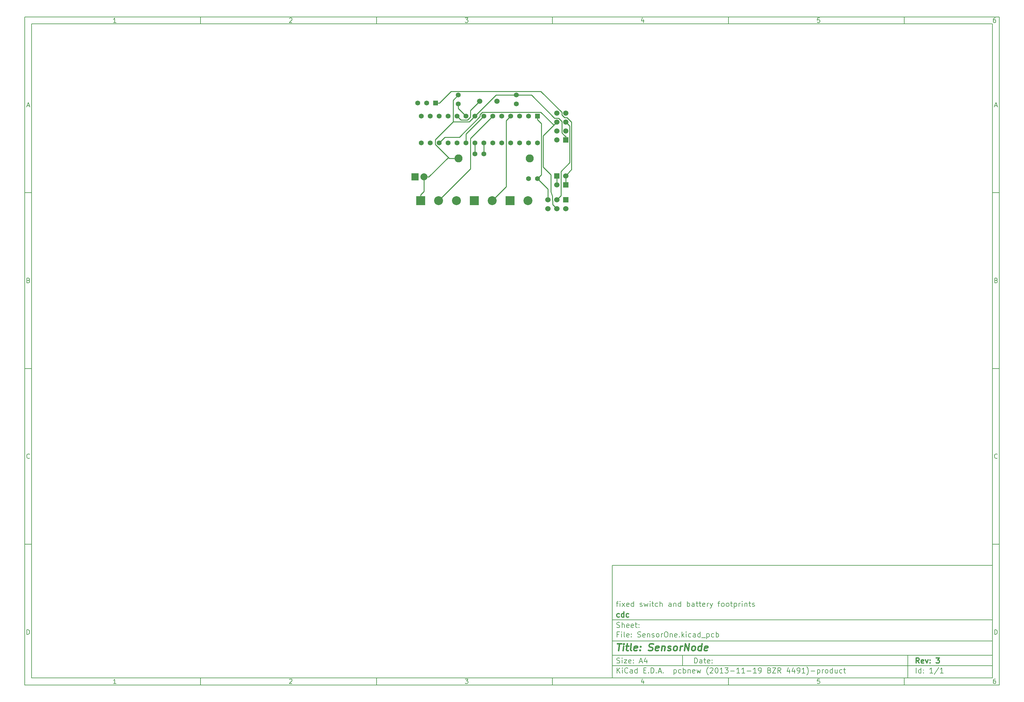
<source format=gbl>
%FSLAX34Y34*%
G04 Gerber Fmt 3.4, Leading zero omitted, Abs format*
G04 (created by PCBNEW (2013-11-19 BZR 4491)-product) date Thu 21 Nov 2013 01:11:00 GMT*
%MOIN*%
G01*
G70*
G90*
G04 APERTURE LIST*
%ADD10C,0.005906*%
%ADD11C,0.011811*%
%ADD12C,0.015748*%
%ADD13R,0.078700X0.078700*%
%ADD14C,0.078700*%
%ADD15C,0.055000*%
%ADD16R,0.055000X0.055000*%
%ADD17R,0.059055X0.059055*%
%ADD18C,0.059055*%
%ADD19R,0.060000X0.060000*%
%ADD20C,0.060000*%
%ADD21C,0.059100*%
%ADD22R,0.100000X0.100000*%
%ADD23C,0.100000*%
%ADD24C,0.090000*%
%ADD25C,0.010000*%
G04 APERTURE END LIST*
G54D10*
X69685Y-65357D02*
X69685Y-77955D01*
X112205Y-77955D01*
X112205Y-65357D01*
X69685Y-65357D01*
X3937Y-3937D02*
X3937Y-78742D01*
X112992Y-78742D01*
X112992Y-3937D01*
X3937Y-3937D01*
X4724Y-4724D02*
X4724Y-77955D01*
X112205Y-77955D01*
X112205Y-4724D01*
X4724Y-4724D01*
X23622Y-4724D02*
X23622Y-3937D01*
X43307Y-4724D02*
X43307Y-3937D01*
X62992Y-4724D02*
X62992Y-3937D01*
X82677Y-4724D02*
X82677Y-3937D01*
X102362Y-4724D02*
X102362Y-3937D01*
X14169Y-4562D02*
X13877Y-4562D01*
X14023Y-4562D02*
X14023Y-4050D01*
X13974Y-4123D01*
X13925Y-4172D01*
X13877Y-4196D01*
X33562Y-4099D02*
X33586Y-4074D01*
X33635Y-4050D01*
X33757Y-4050D01*
X33805Y-4074D01*
X33830Y-4099D01*
X33854Y-4147D01*
X33854Y-4196D01*
X33830Y-4269D01*
X33537Y-4562D01*
X33854Y-4562D01*
X53222Y-4050D02*
X53539Y-4050D01*
X53368Y-4245D01*
X53442Y-4245D01*
X53490Y-4269D01*
X53515Y-4294D01*
X53539Y-4342D01*
X53539Y-4464D01*
X53515Y-4513D01*
X53490Y-4537D01*
X53442Y-4562D01*
X53295Y-4562D01*
X53247Y-4537D01*
X53222Y-4513D01*
X73175Y-4221D02*
X73175Y-4562D01*
X73053Y-4026D02*
X72932Y-4391D01*
X73248Y-4391D01*
X92885Y-4050D02*
X92641Y-4050D01*
X92617Y-4294D01*
X92641Y-4269D01*
X92690Y-4245D01*
X92812Y-4245D01*
X92860Y-4269D01*
X92885Y-4294D01*
X92909Y-4342D01*
X92909Y-4464D01*
X92885Y-4513D01*
X92860Y-4537D01*
X92812Y-4562D01*
X92690Y-4562D01*
X92641Y-4537D01*
X92617Y-4513D01*
X112545Y-4050D02*
X112448Y-4050D01*
X112399Y-4074D01*
X112375Y-4099D01*
X112326Y-4172D01*
X112302Y-4269D01*
X112302Y-4464D01*
X112326Y-4513D01*
X112350Y-4537D01*
X112399Y-4562D01*
X112497Y-4562D01*
X112545Y-4537D01*
X112570Y-4513D01*
X112594Y-4464D01*
X112594Y-4342D01*
X112570Y-4294D01*
X112545Y-4269D01*
X112497Y-4245D01*
X112399Y-4245D01*
X112350Y-4269D01*
X112326Y-4294D01*
X112302Y-4342D01*
X23622Y-77955D02*
X23622Y-78742D01*
X43307Y-77955D02*
X43307Y-78742D01*
X62992Y-77955D02*
X62992Y-78742D01*
X82677Y-77955D02*
X82677Y-78742D01*
X102362Y-77955D02*
X102362Y-78742D01*
X14169Y-78580D02*
X13877Y-78580D01*
X14023Y-78580D02*
X14023Y-78069D01*
X13974Y-78142D01*
X13925Y-78190D01*
X13877Y-78215D01*
X33562Y-78117D02*
X33586Y-78093D01*
X33635Y-78069D01*
X33757Y-78069D01*
X33805Y-78093D01*
X33830Y-78117D01*
X33854Y-78166D01*
X33854Y-78215D01*
X33830Y-78288D01*
X33537Y-78580D01*
X33854Y-78580D01*
X53222Y-78069D02*
X53539Y-78069D01*
X53368Y-78263D01*
X53442Y-78263D01*
X53490Y-78288D01*
X53515Y-78312D01*
X53539Y-78361D01*
X53539Y-78483D01*
X53515Y-78532D01*
X53490Y-78556D01*
X53442Y-78580D01*
X53295Y-78580D01*
X53247Y-78556D01*
X53222Y-78532D01*
X73175Y-78239D02*
X73175Y-78580D01*
X73053Y-78044D02*
X72932Y-78410D01*
X73248Y-78410D01*
X92885Y-78069D02*
X92641Y-78069D01*
X92617Y-78312D01*
X92641Y-78288D01*
X92690Y-78263D01*
X92812Y-78263D01*
X92860Y-78288D01*
X92885Y-78312D01*
X92909Y-78361D01*
X92909Y-78483D01*
X92885Y-78532D01*
X92860Y-78556D01*
X92812Y-78580D01*
X92690Y-78580D01*
X92641Y-78556D01*
X92617Y-78532D01*
X112545Y-78069D02*
X112448Y-78069D01*
X112399Y-78093D01*
X112375Y-78117D01*
X112326Y-78190D01*
X112302Y-78288D01*
X112302Y-78483D01*
X112326Y-78532D01*
X112350Y-78556D01*
X112399Y-78580D01*
X112497Y-78580D01*
X112545Y-78556D01*
X112570Y-78532D01*
X112594Y-78483D01*
X112594Y-78361D01*
X112570Y-78312D01*
X112545Y-78288D01*
X112497Y-78263D01*
X112399Y-78263D01*
X112350Y-78288D01*
X112326Y-78312D01*
X112302Y-78361D01*
X3937Y-23622D02*
X4724Y-23622D01*
X3937Y-43307D02*
X4724Y-43307D01*
X3937Y-62992D02*
X4724Y-62992D01*
X4208Y-13864D02*
X4452Y-13864D01*
X4160Y-14011D02*
X4330Y-13499D01*
X4501Y-14011D01*
X4367Y-33428D02*
X4440Y-33452D01*
X4464Y-33476D01*
X4489Y-33525D01*
X4489Y-33598D01*
X4464Y-33647D01*
X4440Y-33671D01*
X4391Y-33696D01*
X4196Y-33696D01*
X4196Y-33184D01*
X4367Y-33184D01*
X4416Y-33208D01*
X4440Y-33233D01*
X4464Y-33281D01*
X4464Y-33330D01*
X4440Y-33379D01*
X4416Y-33403D01*
X4367Y-33428D01*
X4196Y-33428D01*
X4489Y-53332D02*
X4464Y-53356D01*
X4391Y-53381D01*
X4342Y-53381D01*
X4269Y-53356D01*
X4221Y-53308D01*
X4196Y-53259D01*
X4172Y-53161D01*
X4172Y-53088D01*
X4196Y-52991D01*
X4221Y-52942D01*
X4269Y-52893D01*
X4342Y-52869D01*
X4391Y-52869D01*
X4464Y-52893D01*
X4489Y-52918D01*
X4196Y-73066D02*
X4196Y-72554D01*
X4318Y-72554D01*
X4391Y-72578D01*
X4440Y-72627D01*
X4464Y-72676D01*
X4489Y-72773D01*
X4489Y-72846D01*
X4464Y-72944D01*
X4440Y-72993D01*
X4391Y-73041D01*
X4318Y-73066D01*
X4196Y-73066D01*
X112992Y-23622D02*
X112205Y-23622D01*
X112992Y-43307D02*
X112205Y-43307D01*
X112992Y-62992D02*
X112205Y-62992D01*
X112477Y-13864D02*
X112721Y-13864D01*
X112428Y-14011D02*
X112599Y-13499D01*
X112769Y-14011D01*
X112635Y-33428D02*
X112708Y-33452D01*
X112733Y-33476D01*
X112757Y-33525D01*
X112757Y-33598D01*
X112733Y-33647D01*
X112708Y-33671D01*
X112660Y-33696D01*
X112465Y-33696D01*
X112465Y-33184D01*
X112635Y-33184D01*
X112684Y-33208D01*
X112708Y-33233D01*
X112733Y-33281D01*
X112733Y-33330D01*
X112708Y-33379D01*
X112684Y-33403D01*
X112635Y-33428D01*
X112465Y-33428D01*
X112757Y-53332D02*
X112733Y-53356D01*
X112660Y-53381D01*
X112611Y-53381D01*
X112538Y-53356D01*
X112489Y-53308D01*
X112465Y-53259D01*
X112440Y-53161D01*
X112440Y-53088D01*
X112465Y-52991D01*
X112489Y-52942D01*
X112538Y-52893D01*
X112611Y-52869D01*
X112660Y-52869D01*
X112733Y-52893D01*
X112757Y-52918D01*
X112465Y-73066D02*
X112465Y-72554D01*
X112587Y-72554D01*
X112660Y-72578D01*
X112708Y-72627D01*
X112733Y-72676D01*
X112757Y-72773D01*
X112757Y-72846D01*
X112733Y-72944D01*
X112708Y-72993D01*
X112660Y-73041D01*
X112587Y-73066D01*
X112465Y-73066D01*
X78881Y-76293D02*
X78881Y-75703D01*
X79022Y-75703D01*
X79106Y-75731D01*
X79162Y-75787D01*
X79190Y-75843D01*
X79219Y-75956D01*
X79219Y-76040D01*
X79190Y-76153D01*
X79162Y-76209D01*
X79106Y-76265D01*
X79022Y-76293D01*
X78881Y-76293D01*
X79725Y-76293D02*
X79725Y-75984D01*
X79697Y-75928D01*
X79640Y-75899D01*
X79528Y-75899D01*
X79472Y-75928D01*
X79725Y-76265D02*
X79669Y-76293D01*
X79528Y-76293D01*
X79472Y-76265D01*
X79444Y-76209D01*
X79444Y-76153D01*
X79472Y-76096D01*
X79528Y-76068D01*
X79669Y-76068D01*
X79725Y-76040D01*
X79922Y-75899D02*
X80147Y-75899D01*
X80006Y-75703D02*
X80006Y-76209D01*
X80034Y-76265D01*
X80090Y-76293D01*
X80147Y-76293D01*
X80568Y-76265D02*
X80512Y-76293D01*
X80400Y-76293D01*
X80343Y-76265D01*
X80315Y-76209D01*
X80315Y-75984D01*
X80343Y-75928D01*
X80400Y-75899D01*
X80512Y-75899D01*
X80568Y-75928D01*
X80597Y-75984D01*
X80597Y-76040D01*
X80315Y-76096D01*
X80850Y-76237D02*
X80878Y-76265D01*
X80850Y-76293D01*
X80822Y-76265D01*
X80850Y-76237D01*
X80850Y-76293D01*
X80850Y-75928D02*
X80878Y-75956D01*
X80850Y-75984D01*
X80822Y-75956D01*
X80850Y-75928D01*
X80850Y-75984D01*
X69685Y-76577D02*
X112205Y-76577D01*
X70220Y-77395D02*
X70220Y-76805D01*
X70557Y-77395D02*
X70304Y-77058D01*
X70557Y-76805D02*
X70220Y-77142D01*
X70810Y-77395D02*
X70810Y-77002D01*
X70810Y-76805D02*
X70782Y-76833D01*
X70810Y-76861D01*
X70838Y-76833D01*
X70810Y-76805D01*
X70810Y-76861D01*
X71429Y-77339D02*
X71401Y-77367D01*
X71316Y-77395D01*
X71260Y-77395D01*
X71176Y-77367D01*
X71120Y-77311D01*
X71091Y-77255D01*
X71063Y-77142D01*
X71063Y-77058D01*
X71091Y-76946D01*
X71120Y-76889D01*
X71176Y-76833D01*
X71260Y-76805D01*
X71316Y-76805D01*
X71401Y-76833D01*
X71429Y-76861D01*
X71935Y-77395D02*
X71935Y-77086D01*
X71907Y-77030D01*
X71851Y-77002D01*
X71738Y-77002D01*
X71682Y-77030D01*
X71935Y-77367D02*
X71879Y-77395D01*
X71738Y-77395D01*
X71682Y-77367D01*
X71654Y-77311D01*
X71654Y-77255D01*
X71682Y-77199D01*
X71738Y-77171D01*
X71879Y-77171D01*
X71935Y-77142D01*
X72469Y-77395D02*
X72469Y-76805D01*
X72469Y-77367D02*
X72413Y-77395D01*
X72301Y-77395D01*
X72244Y-77367D01*
X72216Y-77339D01*
X72188Y-77283D01*
X72188Y-77114D01*
X72216Y-77058D01*
X72244Y-77030D01*
X72301Y-77002D01*
X72413Y-77002D01*
X72469Y-77030D01*
X73201Y-77086D02*
X73397Y-77086D01*
X73482Y-77395D02*
X73201Y-77395D01*
X73201Y-76805D01*
X73482Y-76805D01*
X73735Y-77339D02*
X73763Y-77367D01*
X73735Y-77395D01*
X73707Y-77367D01*
X73735Y-77339D01*
X73735Y-77395D01*
X74016Y-77395D02*
X74016Y-76805D01*
X74157Y-76805D01*
X74241Y-76833D01*
X74297Y-76889D01*
X74325Y-76946D01*
X74354Y-77058D01*
X74354Y-77142D01*
X74325Y-77255D01*
X74297Y-77311D01*
X74241Y-77367D01*
X74157Y-77395D01*
X74016Y-77395D01*
X74607Y-77339D02*
X74635Y-77367D01*
X74607Y-77395D01*
X74579Y-77367D01*
X74607Y-77339D01*
X74607Y-77395D01*
X74860Y-77227D02*
X75141Y-77227D01*
X74804Y-77395D02*
X75000Y-76805D01*
X75197Y-77395D01*
X75394Y-77339D02*
X75422Y-77367D01*
X75394Y-77395D01*
X75366Y-77367D01*
X75394Y-77339D01*
X75394Y-77395D01*
X76575Y-77002D02*
X76575Y-77592D01*
X76575Y-77030D02*
X76631Y-77002D01*
X76744Y-77002D01*
X76800Y-77030D01*
X76828Y-77058D01*
X76856Y-77114D01*
X76856Y-77283D01*
X76828Y-77339D01*
X76800Y-77367D01*
X76744Y-77395D01*
X76631Y-77395D01*
X76575Y-77367D01*
X77363Y-77367D02*
X77306Y-77395D01*
X77194Y-77395D01*
X77138Y-77367D01*
X77109Y-77339D01*
X77081Y-77283D01*
X77081Y-77114D01*
X77109Y-77058D01*
X77138Y-77030D01*
X77194Y-77002D01*
X77306Y-77002D01*
X77363Y-77030D01*
X77616Y-77395D02*
X77616Y-76805D01*
X77616Y-77030D02*
X77672Y-77002D01*
X77784Y-77002D01*
X77841Y-77030D01*
X77869Y-77058D01*
X77897Y-77114D01*
X77897Y-77283D01*
X77869Y-77339D01*
X77841Y-77367D01*
X77784Y-77395D01*
X77672Y-77395D01*
X77616Y-77367D01*
X78150Y-77002D02*
X78150Y-77395D01*
X78150Y-77058D02*
X78178Y-77030D01*
X78234Y-77002D01*
X78319Y-77002D01*
X78375Y-77030D01*
X78403Y-77086D01*
X78403Y-77395D01*
X78909Y-77367D02*
X78853Y-77395D01*
X78741Y-77395D01*
X78684Y-77367D01*
X78656Y-77311D01*
X78656Y-77086D01*
X78684Y-77030D01*
X78741Y-77002D01*
X78853Y-77002D01*
X78909Y-77030D01*
X78937Y-77086D01*
X78937Y-77142D01*
X78656Y-77199D01*
X79134Y-77002D02*
X79247Y-77395D01*
X79359Y-77114D01*
X79472Y-77395D01*
X79584Y-77002D01*
X80428Y-77620D02*
X80400Y-77592D01*
X80343Y-77508D01*
X80315Y-77452D01*
X80287Y-77367D01*
X80259Y-77227D01*
X80259Y-77114D01*
X80287Y-76974D01*
X80315Y-76889D01*
X80343Y-76833D01*
X80400Y-76749D01*
X80428Y-76721D01*
X80625Y-76861D02*
X80653Y-76833D01*
X80709Y-76805D01*
X80850Y-76805D01*
X80906Y-76833D01*
X80934Y-76861D01*
X80962Y-76917D01*
X80962Y-76974D01*
X80934Y-77058D01*
X80597Y-77395D01*
X80962Y-77395D01*
X81328Y-76805D02*
X81384Y-76805D01*
X81440Y-76833D01*
X81468Y-76861D01*
X81496Y-76917D01*
X81525Y-77030D01*
X81525Y-77171D01*
X81496Y-77283D01*
X81468Y-77339D01*
X81440Y-77367D01*
X81384Y-77395D01*
X81328Y-77395D01*
X81271Y-77367D01*
X81243Y-77339D01*
X81215Y-77283D01*
X81187Y-77171D01*
X81187Y-77030D01*
X81215Y-76917D01*
X81243Y-76861D01*
X81271Y-76833D01*
X81328Y-76805D01*
X82087Y-77395D02*
X81750Y-77395D01*
X81918Y-77395D02*
X81918Y-76805D01*
X81862Y-76889D01*
X81806Y-76946D01*
X81750Y-76974D01*
X82284Y-76805D02*
X82649Y-76805D01*
X82453Y-77030D01*
X82537Y-77030D01*
X82593Y-77058D01*
X82621Y-77086D01*
X82649Y-77142D01*
X82649Y-77283D01*
X82621Y-77339D01*
X82593Y-77367D01*
X82537Y-77395D01*
X82368Y-77395D01*
X82312Y-77367D01*
X82284Y-77339D01*
X82903Y-77171D02*
X83352Y-77171D01*
X83943Y-77395D02*
X83606Y-77395D01*
X83774Y-77395D02*
X83774Y-76805D01*
X83718Y-76889D01*
X83662Y-76946D01*
X83606Y-76974D01*
X84505Y-77395D02*
X84168Y-77395D01*
X84337Y-77395D02*
X84337Y-76805D01*
X84280Y-76889D01*
X84224Y-76946D01*
X84168Y-76974D01*
X84759Y-77171D02*
X85208Y-77171D01*
X85799Y-77395D02*
X85462Y-77395D01*
X85630Y-77395D02*
X85630Y-76805D01*
X85574Y-76889D01*
X85518Y-76946D01*
X85462Y-76974D01*
X86080Y-77395D02*
X86193Y-77395D01*
X86249Y-77367D01*
X86277Y-77339D01*
X86333Y-77255D01*
X86361Y-77142D01*
X86361Y-76917D01*
X86333Y-76861D01*
X86305Y-76833D01*
X86249Y-76805D01*
X86136Y-76805D01*
X86080Y-76833D01*
X86052Y-76861D01*
X86024Y-76917D01*
X86024Y-77058D01*
X86052Y-77114D01*
X86080Y-77142D01*
X86136Y-77171D01*
X86249Y-77171D01*
X86305Y-77142D01*
X86333Y-77114D01*
X86361Y-77058D01*
X87261Y-77086D02*
X87346Y-77114D01*
X87374Y-77142D01*
X87402Y-77199D01*
X87402Y-77283D01*
X87374Y-77339D01*
X87346Y-77367D01*
X87289Y-77395D01*
X87064Y-77395D01*
X87064Y-76805D01*
X87261Y-76805D01*
X87318Y-76833D01*
X87346Y-76861D01*
X87374Y-76917D01*
X87374Y-76974D01*
X87346Y-77030D01*
X87318Y-77058D01*
X87261Y-77086D01*
X87064Y-77086D01*
X87599Y-76805D02*
X87992Y-76805D01*
X87599Y-77395D01*
X87992Y-77395D01*
X88555Y-77395D02*
X88358Y-77114D01*
X88217Y-77395D02*
X88217Y-76805D01*
X88442Y-76805D01*
X88499Y-76833D01*
X88527Y-76861D01*
X88555Y-76917D01*
X88555Y-77002D01*
X88527Y-77058D01*
X88499Y-77086D01*
X88442Y-77114D01*
X88217Y-77114D01*
X89511Y-77002D02*
X89511Y-77395D01*
X89370Y-76777D02*
X89230Y-77199D01*
X89595Y-77199D01*
X90073Y-77002D02*
X90073Y-77395D01*
X89933Y-76777D02*
X89792Y-77199D01*
X90158Y-77199D01*
X90411Y-77395D02*
X90523Y-77395D01*
X90580Y-77367D01*
X90608Y-77339D01*
X90664Y-77255D01*
X90692Y-77142D01*
X90692Y-76917D01*
X90664Y-76861D01*
X90636Y-76833D01*
X90580Y-76805D01*
X90467Y-76805D01*
X90411Y-76833D01*
X90383Y-76861D01*
X90355Y-76917D01*
X90355Y-77058D01*
X90383Y-77114D01*
X90411Y-77142D01*
X90467Y-77171D01*
X90580Y-77171D01*
X90636Y-77142D01*
X90664Y-77114D01*
X90692Y-77058D01*
X91255Y-77395D02*
X90917Y-77395D01*
X91086Y-77395D02*
X91086Y-76805D01*
X91030Y-76889D01*
X90973Y-76946D01*
X90917Y-76974D01*
X91451Y-77620D02*
X91480Y-77592D01*
X91536Y-77508D01*
X91564Y-77452D01*
X91592Y-77367D01*
X91620Y-77227D01*
X91620Y-77114D01*
X91592Y-76974D01*
X91564Y-76889D01*
X91536Y-76833D01*
X91480Y-76749D01*
X91451Y-76721D01*
X91901Y-77171D02*
X92351Y-77171D01*
X92633Y-77002D02*
X92633Y-77592D01*
X92633Y-77030D02*
X92689Y-77002D01*
X92801Y-77002D01*
X92858Y-77030D01*
X92886Y-77058D01*
X92914Y-77114D01*
X92914Y-77283D01*
X92886Y-77339D01*
X92858Y-77367D01*
X92801Y-77395D01*
X92689Y-77395D01*
X92633Y-77367D01*
X93167Y-77395D02*
X93167Y-77002D01*
X93167Y-77114D02*
X93195Y-77058D01*
X93223Y-77030D01*
X93279Y-77002D01*
X93336Y-77002D01*
X93617Y-77395D02*
X93561Y-77367D01*
X93532Y-77339D01*
X93504Y-77283D01*
X93504Y-77114D01*
X93532Y-77058D01*
X93561Y-77030D01*
X93617Y-77002D01*
X93701Y-77002D01*
X93757Y-77030D01*
X93786Y-77058D01*
X93814Y-77114D01*
X93814Y-77283D01*
X93786Y-77339D01*
X93757Y-77367D01*
X93701Y-77395D01*
X93617Y-77395D01*
X94320Y-77395D02*
X94320Y-76805D01*
X94320Y-77367D02*
X94264Y-77395D01*
X94151Y-77395D01*
X94095Y-77367D01*
X94067Y-77339D01*
X94039Y-77283D01*
X94039Y-77114D01*
X94067Y-77058D01*
X94095Y-77030D01*
X94151Y-77002D01*
X94264Y-77002D01*
X94320Y-77030D01*
X94854Y-77002D02*
X94854Y-77395D01*
X94601Y-77002D02*
X94601Y-77311D01*
X94629Y-77367D01*
X94685Y-77395D01*
X94770Y-77395D01*
X94826Y-77367D01*
X94854Y-77339D01*
X95388Y-77367D02*
X95332Y-77395D01*
X95220Y-77395D01*
X95163Y-77367D01*
X95135Y-77339D01*
X95107Y-77283D01*
X95107Y-77114D01*
X95135Y-77058D01*
X95163Y-77030D01*
X95220Y-77002D01*
X95332Y-77002D01*
X95388Y-77030D01*
X95557Y-77002D02*
X95782Y-77002D01*
X95642Y-76805D02*
X95642Y-77311D01*
X95670Y-77367D01*
X95726Y-77395D01*
X95782Y-77395D01*
X69685Y-75396D02*
X112205Y-75396D01*
G54D11*
X104022Y-76293D02*
X103825Y-76012D01*
X103684Y-76293D02*
X103684Y-75703D01*
X103909Y-75703D01*
X103965Y-75731D01*
X103994Y-75759D01*
X104022Y-75815D01*
X104022Y-75899D01*
X103994Y-75956D01*
X103965Y-75984D01*
X103909Y-76012D01*
X103684Y-76012D01*
X104500Y-76265D02*
X104444Y-76293D01*
X104331Y-76293D01*
X104275Y-76265D01*
X104247Y-76209D01*
X104247Y-75984D01*
X104275Y-75928D01*
X104331Y-75899D01*
X104444Y-75899D01*
X104500Y-75928D01*
X104528Y-75984D01*
X104528Y-76040D01*
X104247Y-76096D01*
X104725Y-75899D02*
X104865Y-76293D01*
X105006Y-75899D01*
X105231Y-76237D02*
X105259Y-76265D01*
X105231Y-76293D01*
X105203Y-76265D01*
X105231Y-76237D01*
X105231Y-76293D01*
X105231Y-75928D02*
X105259Y-75956D01*
X105231Y-75984D01*
X105203Y-75956D01*
X105231Y-75928D01*
X105231Y-75984D01*
X105906Y-75703D02*
X106271Y-75703D01*
X106075Y-75928D01*
X106159Y-75928D01*
X106215Y-75956D01*
X106243Y-75984D01*
X106271Y-76040D01*
X106271Y-76181D01*
X106243Y-76237D01*
X106215Y-76265D01*
X106159Y-76293D01*
X105990Y-76293D01*
X105934Y-76265D01*
X105906Y-76237D01*
G54D10*
X70192Y-76265D02*
X70276Y-76293D01*
X70417Y-76293D01*
X70473Y-76265D01*
X70501Y-76237D01*
X70529Y-76181D01*
X70529Y-76124D01*
X70501Y-76068D01*
X70473Y-76040D01*
X70417Y-76012D01*
X70304Y-75984D01*
X70248Y-75956D01*
X70220Y-75928D01*
X70192Y-75871D01*
X70192Y-75815D01*
X70220Y-75759D01*
X70248Y-75731D01*
X70304Y-75703D01*
X70445Y-75703D01*
X70529Y-75731D01*
X70782Y-76293D02*
X70782Y-75899D01*
X70782Y-75703D02*
X70754Y-75731D01*
X70782Y-75759D01*
X70810Y-75731D01*
X70782Y-75703D01*
X70782Y-75759D01*
X71007Y-75899D02*
X71316Y-75899D01*
X71007Y-76293D01*
X71316Y-76293D01*
X71766Y-76265D02*
X71710Y-76293D01*
X71598Y-76293D01*
X71541Y-76265D01*
X71513Y-76209D01*
X71513Y-75984D01*
X71541Y-75928D01*
X71598Y-75899D01*
X71710Y-75899D01*
X71766Y-75928D01*
X71795Y-75984D01*
X71795Y-76040D01*
X71513Y-76096D01*
X72048Y-76237D02*
X72076Y-76265D01*
X72048Y-76293D01*
X72019Y-76265D01*
X72048Y-76237D01*
X72048Y-76293D01*
X72048Y-75928D02*
X72076Y-75956D01*
X72048Y-75984D01*
X72019Y-75956D01*
X72048Y-75928D01*
X72048Y-75984D01*
X72751Y-76124D02*
X73032Y-76124D01*
X72694Y-76293D02*
X72891Y-75703D01*
X73088Y-76293D01*
X73538Y-75899D02*
X73538Y-76293D01*
X73397Y-75674D02*
X73257Y-76096D01*
X73622Y-76096D01*
X103684Y-77395D02*
X103684Y-76805D01*
X104219Y-77395D02*
X104219Y-76805D01*
X104219Y-77367D02*
X104162Y-77395D01*
X104050Y-77395D01*
X103994Y-77367D01*
X103965Y-77339D01*
X103937Y-77283D01*
X103937Y-77114D01*
X103965Y-77058D01*
X103994Y-77030D01*
X104050Y-77002D01*
X104162Y-77002D01*
X104219Y-77030D01*
X104500Y-77339D02*
X104528Y-77367D01*
X104500Y-77395D01*
X104472Y-77367D01*
X104500Y-77339D01*
X104500Y-77395D01*
X104500Y-77030D02*
X104528Y-77058D01*
X104500Y-77086D01*
X104472Y-77058D01*
X104500Y-77030D01*
X104500Y-77086D01*
X105540Y-77395D02*
X105203Y-77395D01*
X105372Y-77395D02*
X105372Y-76805D01*
X105315Y-76889D01*
X105259Y-76946D01*
X105203Y-76974D01*
X106215Y-76777D02*
X105709Y-77536D01*
X106721Y-77395D02*
X106384Y-77395D01*
X106553Y-77395D02*
X106553Y-76805D01*
X106496Y-76889D01*
X106440Y-76946D01*
X106384Y-76974D01*
X69685Y-73821D02*
X112205Y-73821D01*
G54D12*
X70257Y-74099D02*
X70707Y-74099D01*
X70384Y-74886D02*
X70482Y-74099D01*
X70871Y-74886D02*
X70937Y-74361D01*
X70970Y-74099D02*
X70927Y-74136D01*
X70960Y-74174D01*
X71002Y-74136D01*
X70970Y-74099D01*
X70960Y-74174D01*
X71199Y-74361D02*
X71499Y-74361D01*
X71345Y-74099D02*
X71260Y-74774D01*
X71288Y-74849D01*
X71359Y-74886D01*
X71434Y-74886D01*
X71809Y-74886D02*
X71738Y-74849D01*
X71710Y-74774D01*
X71795Y-74099D01*
X72413Y-74849D02*
X72334Y-74886D01*
X72184Y-74886D01*
X72113Y-74849D01*
X72085Y-74774D01*
X72123Y-74474D01*
X72169Y-74399D01*
X72249Y-74361D01*
X72399Y-74361D01*
X72469Y-74399D01*
X72498Y-74474D01*
X72488Y-74549D01*
X72104Y-74624D01*
X72793Y-74811D02*
X72826Y-74849D01*
X72783Y-74886D01*
X72751Y-74849D01*
X72793Y-74811D01*
X72783Y-74886D01*
X72844Y-74399D02*
X72877Y-74436D01*
X72835Y-74474D01*
X72802Y-74436D01*
X72844Y-74399D01*
X72835Y-74474D01*
X73726Y-74849D02*
X73833Y-74886D01*
X74021Y-74886D01*
X74100Y-74849D01*
X74143Y-74811D01*
X74190Y-74736D01*
X74199Y-74661D01*
X74171Y-74586D01*
X74138Y-74549D01*
X74068Y-74511D01*
X73922Y-74474D01*
X73852Y-74436D01*
X73819Y-74399D01*
X73791Y-74324D01*
X73801Y-74249D01*
X73847Y-74174D01*
X73890Y-74136D01*
X73969Y-74099D01*
X74157Y-74099D01*
X74265Y-74136D01*
X74813Y-74849D02*
X74733Y-74886D01*
X74583Y-74886D01*
X74513Y-74849D01*
X74485Y-74774D01*
X74522Y-74474D01*
X74569Y-74399D01*
X74649Y-74361D01*
X74799Y-74361D01*
X74869Y-74399D01*
X74897Y-74474D01*
X74888Y-74549D01*
X74504Y-74624D01*
X75249Y-74361D02*
X75183Y-74886D01*
X75239Y-74436D02*
X75282Y-74399D01*
X75361Y-74361D01*
X75474Y-74361D01*
X75544Y-74399D01*
X75572Y-74474D01*
X75521Y-74886D01*
X75863Y-74849D02*
X75933Y-74886D01*
X76083Y-74886D01*
X76163Y-74849D01*
X76210Y-74774D01*
X76214Y-74736D01*
X76186Y-74661D01*
X76116Y-74624D01*
X76003Y-74624D01*
X75933Y-74586D01*
X75905Y-74511D01*
X75910Y-74474D01*
X75956Y-74399D01*
X76036Y-74361D01*
X76149Y-74361D01*
X76219Y-74399D01*
X76645Y-74886D02*
X76575Y-74849D01*
X76542Y-74811D01*
X76514Y-74736D01*
X76542Y-74511D01*
X76589Y-74436D01*
X76631Y-74399D01*
X76711Y-74361D01*
X76824Y-74361D01*
X76894Y-74399D01*
X76927Y-74436D01*
X76955Y-74511D01*
X76927Y-74736D01*
X76880Y-74811D01*
X76838Y-74849D01*
X76758Y-74886D01*
X76645Y-74886D01*
X77245Y-74886D02*
X77311Y-74361D01*
X77292Y-74511D02*
X77339Y-74436D01*
X77381Y-74399D01*
X77461Y-74361D01*
X77536Y-74361D01*
X77733Y-74886D02*
X77831Y-74099D01*
X78183Y-74886D01*
X78281Y-74099D01*
X78670Y-74886D02*
X78600Y-74849D01*
X78567Y-74811D01*
X78539Y-74736D01*
X78567Y-74511D01*
X78614Y-74436D01*
X78656Y-74399D01*
X78736Y-74361D01*
X78848Y-74361D01*
X78919Y-74399D01*
X78951Y-74436D01*
X78980Y-74511D01*
X78951Y-74736D01*
X78905Y-74811D01*
X78862Y-74849D01*
X78783Y-74886D01*
X78670Y-74886D01*
X79608Y-74886D02*
X79706Y-74099D01*
X79612Y-74849D02*
X79533Y-74886D01*
X79383Y-74886D01*
X79312Y-74849D01*
X79280Y-74811D01*
X79251Y-74736D01*
X79280Y-74511D01*
X79326Y-74436D01*
X79369Y-74399D01*
X79448Y-74361D01*
X79598Y-74361D01*
X79669Y-74399D01*
X80287Y-74849D02*
X80208Y-74886D01*
X80058Y-74886D01*
X79987Y-74849D01*
X79959Y-74774D01*
X79997Y-74474D01*
X80043Y-74399D01*
X80123Y-74361D01*
X80273Y-74361D01*
X80343Y-74399D01*
X80372Y-74474D01*
X80362Y-74549D01*
X79978Y-74624D01*
G54D10*
X70417Y-73070D02*
X70220Y-73070D01*
X70220Y-73380D02*
X70220Y-72789D01*
X70501Y-72789D01*
X70726Y-73380D02*
X70726Y-72986D01*
X70726Y-72789D02*
X70698Y-72817D01*
X70726Y-72845D01*
X70754Y-72817D01*
X70726Y-72789D01*
X70726Y-72845D01*
X71091Y-73380D02*
X71035Y-73352D01*
X71007Y-73295D01*
X71007Y-72789D01*
X71541Y-73352D02*
X71485Y-73380D01*
X71373Y-73380D01*
X71316Y-73352D01*
X71288Y-73295D01*
X71288Y-73070D01*
X71316Y-73014D01*
X71373Y-72986D01*
X71485Y-72986D01*
X71541Y-73014D01*
X71570Y-73070D01*
X71570Y-73127D01*
X71288Y-73183D01*
X71823Y-73323D02*
X71851Y-73352D01*
X71823Y-73380D01*
X71795Y-73352D01*
X71823Y-73323D01*
X71823Y-73380D01*
X71823Y-73014D02*
X71851Y-73042D01*
X71823Y-73070D01*
X71795Y-73042D01*
X71823Y-73014D01*
X71823Y-73070D01*
X72526Y-73352D02*
X72610Y-73380D01*
X72751Y-73380D01*
X72807Y-73352D01*
X72835Y-73323D01*
X72863Y-73267D01*
X72863Y-73211D01*
X72835Y-73155D01*
X72807Y-73127D01*
X72751Y-73099D01*
X72638Y-73070D01*
X72582Y-73042D01*
X72554Y-73014D01*
X72526Y-72958D01*
X72526Y-72902D01*
X72554Y-72845D01*
X72582Y-72817D01*
X72638Y-72789D01*
X72779Y-72789D01*
X72863Y-72817D01*
X73341Y-73352D02*
X73285Y-73380D01*
X73172Y-73380D01*
X73116Y-73352D01*
X73088Y-73295D01*
X73088Y-73070D01*
X73116Y-73014D01*
X73172Y-72986D01*
X73285Y-72986D01*
X73341Y-73014D01*
X73369Y-73070D01*
X73369Y-73127D01*
X73088Y-73183D01*
X73622Y-72986D02*
X73622Y-73380D01*
X73622Y-73042D02*
X73651Y-73014D01*
X73707Y-72986D01*
X73791Y-72986D01*
X73847Y-73014D01*
X73876Y-73070D01*
X73876Y-73380D01*
X74129Y-73352D02*
X74185Y-73380D01*
X74297Y-73380D01*
X74354Y-73352D01*
X74382Y-73295D01*
X74382Y-73267D01*
X74354Y-73211D01*
X74297Y-73183D01*
X74213Y-73183D01*
X74157Y-73155D01*
X74129Y-73099D01*
X74129Y-73070D01*
X74157Y-73014D01*
X74213Y-72986D01*
X74297Y-72986D01*
X74354Y-73014D01*
X74719Y-73380D02*
X74663Y-73352D01*
X74635Y-73323D01*
X74607Y-73267D01*
X74607Y-73099D01*
X74635Y-73042D01*
X74663Y-73014D01*
X74719Y-72986D01*
X74804Y-72986D01*
X74860Y-73014D01*
X74888Y-73042D01*
X74916Y-73099D01*
X74916Y-73267D01*
X74888Y-73323D01*
X74860Y-73352D01*
X74804Y-73380D01*
X74719Y-73380D01*
X75169Y-73380D02*
X75169Y-72986D01*
X75169Y-73099D02*
X75197Y-73042D01*
X75225Y-73014D01*
X75282Y-72986D01*
X75338Y-72986D01*
X75647Y-72789D02*
X75760Y-72789D01*
X75816Y-72817D01*
X75872Y-72874D01*
X75900Y-72986D01*
X75900Y-73183D01*
X75872Y-73295D01*
X75816Y-73352D01*
X75760Y-73380D01*
X75647Y-73380D01*
X75591Y-73352D01*
X75535Y-73295D01*
X75507Y-73183D01*
X75507Y-72986D01*
X75535Y-72874D01*
X75591Y-72817D01*
X75647Y-72789D01*
X76153Y-72986D02*
X76153Y-73380D01*
X76153Y-73042D02*
X76181Y-73014D01*
X76238Y-72986D01*
X76322Y-72986D01*
X76378Y-73014D01*
X76406Y-73070D01*
X76406Y-73380D01*
X76913Y-73352D02*
X76856Y-73380D01*
X76744Y-73380D01*
X76688Y-73352D01*
X76660Y-73295D01*
X76660Y-73070D01*
X76688Y-73014D01*
X76744Y-72986D01*
X76856Y-72986D01*
X76913Y-73014D01*
X76941Y-73070D01*
X76941Y-73127D01*
X76660Y-73183D01*
X77194Y-73323D02*
X77222Y-73352D01*
X77194Y-73380D01*
X77166Y-73352D01*
X77194Y-73323D01*
X77194Y-73380D01*
X77475Y-73380D02*
X77475Y-72789D01*
X77531Y-73155D02*
X77700Y-73380D01*
X77700Y-72986D02*
X77475Y-73211D01*
X77953Y-73380D02*
X77953Y-72986D01*
X77953Y-72789D02*
X77925Y-72817D01*
X77953Y-72845D01*
X77981Y-72817D01*
X77953Y-72789D01*
X77953Y-72845D01*
X78487Y-73352D02*
X78431Y-73380D01*
X78319Y-73380D01*
X78262Y-73352D01*
X78234Y-73323D01*
X78206Y-73267D01*
X78206Y-73099D01*
X78234Y-73042D01*
X78262Y-73014D01*
X78319Y-72986D01*
X78431Y-72986D01*
X78487Y-73014D01*
X78994Y-73380D02*
X78994Y-73070D01*
X78965Y-73014D01*
X78909Y-72986D01*
X78797Y-72986D01*
X78741Y-73014D01*
X78994Y-73352D02*
X78937Y-73380D01*
X78797Y-73380D01*
X78741Y-73352D01*
X78712Y-73295D01*
X78712Y-73239D01*
X78741Y-73183D01*
X78797Y-73155D01*
X78937Y-73155D01*
X78994Y-73127D01*
X79528Y-73380D02*
X79528Y-72789D01*
X79528Y-73352D02*
X79472Y-73380D01*
X79359Y-73380D01*
X79303Y-73352D01*
X79275Y-73323D01*
X79247Y-73267D01*
X79247Y-73099D01*
X79275Y-73042D01*
X79303Y-73014D01*
X79359Y-72986D01*
X79472Y-72986D01*
X79528Y-73014D01*
X79669Y-73436D02*
X80118Y-73436D01*
X80259Y-72986D02*
X80259Y-73577D01*
X80259Y-73014D02*
X80315Y-72986D01*
X80428Y-72986D01*
X80484Y-73014D01*
X80512Y-73042D01*
X80540Y-73099D01*
X80540Y-73267D01*
X80512Y-73323D01*
X80484Y-73352D01*
X80428Y-73380D01*
X80315Y-73380D01*
X80259Y-73352D01*
X81046Y-73352D02*
X80990Y-73380D01*
X80878Y-73380D01*
X80822Y-73352D01*
X80793Y-73323D01*
X80765Y-73267D01*
X80765Y-73099D01*
X80793Y-73042D01*
X80822Y-73014D01*
X80878Y-72986D01*
X80990Y-72986D01*
X81046Y-73014D01*
X81300Y-73380D02*
X81300Y-72789D01*
X81300Y-73014D02*
X81356Y-72986D01*
X81468Y-72986D01*
X81525Y-73014D01*
X81553Y-73042D01*
X81581Y-73099D01*
X81581Y-73267D01*
X81553Y-73323D01*
X81525Y-73352D01*
X81468Y-73380D01*
X81356Y-73380D01*
X81300Y-73352D01*
X69685Y-71459D02*
X112205Y-71459D01*
X70192Y-72289D02*
X70276Y-72317D01*
X70417Y-72317D01*
X70473Y-72289D01*
X70501Y-72260D01*
X70529Y-72204D01*
X70529Y-72148D01*
X70501Y-72092D01*
X70473Y-72064D01*
X70417Y-72036D01*
X70304Y-72007D01*
X70248Y-71979D01*
X70220Y-71951D01*
X70192Y-71895D01*
X70192Y-71839D01*
X70220Y-71782D01*
X70248Y-71754D01*
X70304Y-71726D01*
X70445Y-71726D01*
X70529Y-71754D01*
X70782Y-72317D02*
X70782Y-71726D01*
X71035Y-72317D02*
X71035Y-72007D01*
X71007Y-71951D01*
X70951Y-71923D01*
X70867Y-71923D01*
X70810Y-71951D01*
X70782Y-71979D01*
X71541Y-72289D02*
X71485Y-72317D01*
X71373Y-72317D01*
X71316Y-72289D01*
X71288Y-72232D01*
X71288Y-72007D01*
X71316Y-71951D01*
X71373Y-71923D01*
X71485Y-71923D01*
X71541Y-71951D01*
X71570Y-72007D01*
X71570Y-72064D01*
X71288Y-72120D01*
X72048Y-72289D02*
X71991Y-72317D01*
X71879Y-72317D01*
X71823Y-72289D01*
X71795Y-72232D01*
X71795Y-72007D01*
X71823Y-71951D01*
X71879Y-71923D01*
X71991Y-71923D01*
X72048Y-71951D01*
X72076Y-72007D01*
X72076Y-72064D01*
X71795Y-72120D01*
X72244Y-71923D02*
X72469Y-71923D01*
X72329Y-71726D02*
X72329Y-72232D01*
X72357Y-72289D01*
X72413Y-72317D01*
X72469Y-72317D01*
X72666Y-72260D02*
X72694Y-72289D01*
X72666Y-72317D01*
X72638Y-72289D01*
X72666Y-72260D01*
X72666Y-72317D01*
X72666Y-71951D02*
X72694Y-71979D01*
X72666Y-72007D01*
X72638Y-71979D01*
X72666Y-71951D01*
X72666Y-72007D01*
G54D11*
X70473Y-71108D02*
X70417Y-71136D01*
X70304Y-71136D01*
X70248Y-71108D01*
X70220Y-71079D01*
X70192Y-71023D01*
X70192Y-70854D01*
X70220Y-70798D01*
X70248Y-70770D01*
X70304Y-70742D01*
X70417Y-70742D01*
X70473Y-70770D01*
X70979Y-71136D02*
X70979Y-70545D01*
X70979Y-71108D02*
X70923Y-71136D01*
X70810Y-71136D01*
X70754Y-71108D01*
X70726Y-71079D01*
X70698Y-71023D01*
X70698Y-70854D01*
X70726Y-70798D01*
X70754Y-70770D01*
X70810Y-70742D01*
X70923Y-70742D01*
X70979Y-70770D01*
X71513Y-71108D02*
X71457Y-71136D01*
X71345Y-71136D01*
X71288Y-71108D01*
X71260Y-71079D01*
X71232Y-71023D01*
X71232Y-70854D01*
X71260Y-70798D01*
X71288Y-70770D01*
X71345Y-70742D01*
X71457Y-70742D01*
X71513Y-70770D01*
G54D10*
X70135Y-69561D02*
X70360Y-69561D01*
X70220Y-69955D02*
X70220Y-69448D01*
X70248Y-69392D01*
X70304Y-69364D01*
X70360Y-69364D01*
X70557Y-69955D02*
X70557Y-69561D01*
X70557Y-69364D02*
X70529Y-69392D01*
X70557Y-69420D01*
X70585Y-69392D01*
X70557Y-69364D01*
X70557Y-69420D01*
X70782Y-69955D02*
X71091Y-69561D01*
X70782Y-69561D02*
X71091Y-69955D01*
X71541Y-69926D02*
X71485Y-69955D01*
X71373Y-69955D01*
X71316Y-69926D01*
X71288Y-69870D01*
X71288Y-69645D01*
X71316Y-69589D01*
X71373Y-69561D01*
X71485Y-69561D01*
X71541Y-69589D01*
X71570Y-69645D01*
X71570Y-69701D01*
X71288Y-69758D01*
X72076Y-69955D02*
X72076Y-69364D01*
X72076Y-69926D02*
X72019Y-69955D01*
X71907Y-69955D01*
X71851Y-69926D01*
X71823Y-69898D01*
X71795Y-69842D01*
X71795Y-69673D01*
X71823Y-69617D01*
X71851Y-69589D01*
X71907Y-69561D01*
X72019Y-69561D01*
X72076Y-69589D01*
X72779Y-69926D02*
X72835Y-69955D01*
X72947Y-69955D01*
X73004Y-69926D01*
X73032Y-69870D01*
X73032Y-69842D01*
X73004Y-69786D01*
X72947Y-69758D01*
X72863Y-69758D01*
X72807Y-69730D01*
X72779Y-69673D01*
X72779Y-69645D01*
X72807Y-69589D01*
X72863Y-69561D01*
X72947Y-69561D01*
X73004Y-69589D01*
X73229Y-69561D02*
X73341Y-69955D01*
X73454Y-69673D01*
X73566Y-69955D01*
X73679Y-69561D01*
X73904Y-69955D02*
X73904Y-69561D01*
X73904Y-69364D02*
X73876Y-69392D01*
X73904Y-69420D01*
X73932Y-69392D01*
X73904Y-69364D01*
X73904Y-69420D01*
X74100Y-69561D02*
X74325Y-69561D01*
X74185Y-69364D02*
X74185Y-69870D01*
X74213Y-69926D01*
X74269Y-69955D01*
X74325Y-69955D01*
X74775Y-69926D02*
X74719Y-69955D01*
X74607Y-69955D01*
X74550Y-69926D01*
X74522Y-69898D01*
X74494Y-69842D01*
X74494Y-69673D01*
X74522Y-69617D01*
X74550Y-69589D01*
X74607Y-69561D01*
X74719Y-69561D01*
X74775Y-69589D01*
X75028Y-69955D02*
X75028Y-69364D01*
X75282Y-69955D02*
X75282Y-69645D01*
X75253Y-69589D01*
X75197Y-69561D01*
X75113Y-69561D01*
X75057Y-69589D01*
X75028Y-69617D01*
X76266Y-69955D02*
X76266Y-69645D01*
X76238Y-69589D01*
X76181Y-69561D01*
X76069Y-69561D01*
X76013Y-69589D01*
X76266Y-69926D02*
X76210Y-69955D01*
X76069Y-69955D01*
X76013Y-69926D01*
X75985Y-69870D01*
X75985Y-69814D01*
X76013Y-69758D01*
X76069Y-69730D01*
X76210Y-69730D01*
X76266Y-69701D01*
X76547Y-69561D02*
X76547Y-69955D01*
X76547Y-69617D02*
X76575Y-69589D01*
X76631Y-69561D01*
X76716Y-69561D01*
X76772Y-69589D01*
X76800Y-69645D01*
X76800Y-69955D01*
X77334Y-69955D02*
X77334Y-69364D01*
X77334Y-69926D02*
X77278Y-69955D01*
X77166Y-69955D01*
X77109Y-69926D01*
X77081Y-69898D01*
X77053Y-69842D01*
X77053Y-69673D01*
X77081Y-69617D01*
X77109Y-69589D01*
X77166Y-69561D01*
X77278Y-69561D01*
X77334Y-69589D01*
X78066Y-69955D02*
X78066Y-69364D01*
X78066Y-69589D02*
X78122Y-69561D01*
X78234Y-69561D01*
X78291Y-69589D01*
X78319Y-69617D01*
X78347Y-69673D01*
X78347Y-69842D01*
X78319Y-69898D01*
X78291Y-69926D01*
X78234Y-69955D01*
X78122Y-69955D01*
X78066Y-69926D01*
X78853Y-69955D02*
X78853Y-69645D01*
X78825Y-69589D01*
X78769Y-69561D01*
X78656Y-69561D01*
X78600Y-69589D01*
X78853Y-69926D02*
X78797Y-69955D01*
X78656Y-69955D01*
X78600Y-69926D01*
X78572Y-69870D01*
X78572Y-69814D01*
X78600Y-69758D01*
X78656Y-69730D01*
X78797Y-69730D01*
X78853Y-69701D01*
X79050Y-69561D02*
X79275Y-69561D01*
X79134Y-69364D02*
X79134Y-69870D01*
X79162Y-69926D01*
X79219Y-69955D01*
X79275Y-69955D01*
X79387Y-69561D02*
X79612Y-69561D01*
X79472Y-69364D02*
X79472Y-69870D01*
X79500Y-69926D01*
X79556Y-69955D01*
X79612Y-69955D01*
X80034Y-69926D02*
X79978Y-69955D01*
X79865Y-69955D01*
X79809Y-69926D01*
X79781Y-69870D01*
X79781Y-69645D01*
X79809Y-69589D01*
X79865Y-69561D01*
X79978Y-69561D01*
X80034Y-69589D01*
X80062Y-69645D01*
X80062Y-69701D01*
X79781Y-69758D01*
X80315Y-69955D02*
X80315Y-69561D01*
X80315Y-69673D02*
X80343Y-69617D01*
X80372Y-69589D01*
X80428Y-69561D01*
X80484Y-69561D01*
X80625Y-69561D02*
X80765Y-69955D01*
X80906Y-69561D02*
X80765Y-69955D01*
X80709Y-70095D01*
X80681Y-70123D01*
X80625Y-70151D01*
X81496Y-69561D02*
X81721Y-69561D01*
X81581Y-69955D02*
X81581Y-69448D01*
X81609Y-69392D01*
X81665Y-69364D01*
X81721Y-69364D01*
X82003Y-69955D02*
X81946Y-69926D01*
X81918Y-69898D01*
X81890Y-69842D01*
X81890Y-69673D01*
X81918Y-69617D01*
X81946Y-69589D01*
X82003Y-69561D01*
X82087Y-69561D01*
X82143Y-69589D01*
X82171Y-69617D01*
X82199Y-69673D01*
X82199Y-69842D01*
X82171Y-69898D01*
X82143Y-69926D01*
X82087Y-69955D01*
X82003Y-69955D01*
X82537Y-69955D02*
X82481Y-69926D01*
X82453Y-69898D01*
X82424Y-69842D01*
X82424Y-69673D01*
X82453Y-69617D01*
X82481Y-69589D01*
X82537Y-69561D01*
X82621Y-69561D01*
X82678Y-69589D01*
X82706Y-69617D01*
X82734Y-69673D01*
X82734Y-69842D01*
X82706Y-69898D01*
X82678Y-69926D01*
X82621Y-69955D01*
X82537Y-69955D01*
X82903Y-69561D02*
X83127Y-69561D01*
X82987Y-69364D02*
X82987Y-69870D01*
X83015Y-69926D01*
X83071Y-69955D01*
X83127Y-69955D01*
X83324Y-69561D02*
X83324Y-70151D01*
X83324Y-69589D02*
X83381Y-69561D01*
X83493Y-69561D01*
X83549Y-69589D01*
X83577Y-69617D01*
X83606Y-69673D01*
X83606Y-69842D01*
X83577Y-69898D01*
X83549Y-69926D01*
X83493Y-69955D01*
X83381Y-69955D01*
X83324Y-69926D01*
X83859Y-69955D02*
X83859Y-69561D01*
X83859Y-69673D02*
X83887Y-69617D01*
X83915Y-69589D01*
X83971Y-69561D01*
X84027Y-69561D01*
X84224Y-69955D02*
X84224Y-69561D01*
X84224Y-69364D02*
X84196Y-69392D01*
X84224Y-69420D01*
X84252Y-69392D01*
X84224Y-69364D01*
X84224Y-69420D01*
X84505Y-69561D02*
X84505Y-69955D01*
X84505Y-69617D02*
X84534Y-69589D01*
X84590Y-69561D01*
X84674Y-69561D01*
X84730Y-69589D01*
X84759Y-69645D01*
X84759Y-69955D01*
X84955Y-69561D02*
X85180Y-69561D01*
X85040Y-69364D02*
X85040Y-69870D01*
X85068Y-69926D01*
X85124Y-69955D01*
X85180Y-69955D01*
X85349Y-69926D02*
X85405Y-69955D01*
X85518Y-69955D01*
X85574Y-69926D01*
X85602Y-69870D01*
X85602Y-69842D01*
X85574Y-69786D01*
X85518Y-69758D01*
X85433Y-69758D01*
X85377Y-69730D01*
X85349Y-69673D01*
X85349Y-69645D01*
X85377Y-69589D01*
X85433Y-69561D01*
X85518Y-69561D01*
X85574Y-69589D01*
X77559Y-75396D02*
X77559Y-76577D01*
X102756Y-75396D02*
X102756Y-77955D01*
G54D13*
X47629Y-21850D03*
G54D14*
X48629Y-21850D03*
G54D15*
X52460Y-13688D03*
X52460Y-12688D03*
X58956Y-13688D03*
X58956Y-12688D03*
X54322Y-19291D03*
X55322Y-19291D03*
X60322Y-15035D03*
X59322Y-15035D03*
X58322Y-15035D03*
X57322Y-15035D03*
X56322Y-15035D03*
X55322Y-15035D03*
X54322Y-15035D03*
X53322Y-15035D03*
X52322Y-15035D03*
X51322Y-15035D03*
X50322Y-15035D03*
X49322Y-15035D03*
X48322Y-15035D03*
G54D16*
X61322Y-15035D03*
G54D15*
X48322Y-18035D03*
X49322Y-18035D03*
X50322Y-18035D03*
X51322Y-18035D03*
X52322Y-18035D03*
X53322Y-18035D03*
X54322Y-18035D03*
X55322Y-18035D03*
X56322Y-18035D03*
X57322Y-18035D03*
X58322Y-18035D03*
X59322Y-18035D03*
X60322Y-18035D03*
X61322Y-18035D03*
G54D17*
X64476Y-17708D03*
G54D18*
X63476Y-17708D03*
X64476Y-16708D03*
X63476Y-16708D03*
X64476Y-15708D03*
X63476Y-15708D03*
X64476Y-14708D03*
X63476Y-14708D03*
G54D19*
X64484Y-24401D03*
G54D20*
X64484Y-25401D03*
X63484Y-24401D03*
X63484Y-25401D03*
X62484Y-24401D03*
X62484Y-25401D03*
G54D15*
X60326Y-22047D03*
X61326Y-22047D03*
G54D19*
X63476Y-21751D03*
G54D20*
X64476Y-21751D03*
G54D19*
X64476Y-22736D03*
G54D20*
X63476Y-22736D03*
G54D21*
X54846Y-13385D03*
X56768Y-13385D03*
G54D22*
X54250Y-24500D03*
G54D23*
X56250Y-24500D03*
G54D22*
X48250Y-24500D03*
G54D23*
X50250Y-24500D03*
X52250Y-24500D03*
G54D22*
X58250Y-24500D03*
G54D23*
X60250Y-24500D03*
G54D16*
X49917Y-13582D03*
G54D15*
X48917Y-13582D03*
X47917Y-13582D03*
G54D24*
X52471Y-19783D03*
X60433Y-19783D03*
G54D25*
X63476Y-21751D02*
X63476Y-22736D01*
X53322Y-17035D02*
X55322Y-15035D01*
X53322Y-18035D02*
X53322Y-17035D01*
X55322Y-18035D02*
X55322Y-19291D01*
X64476Y-17708D02*
X64476Y-17263D01*
X51453Y-19783D02*
X51331Y-19661D01*
X52471Y-19783D02*
X51453Y-19783D01*
X49142Y-21850D02*
X48629Y-21850D01*
X51331Y-19661D02*
X49142Y-21850D01*
X48250Y-24500D02*
X48250Y-23849D01*
X48629Y-23469D02*
X48250Y-23849D01*
X48629Y-21850D02*
X48629Y-23469D01*
X53684Y-15674D02*
X54322Y-15035D01*
X51882Y-15674D02*
X53684Y-15674D01*
X49889Y-17667D02*
X51882Y-15674D01*
X49889Y-18219D02*
X49889Y-17667D01*
X51331Y-19661D02*
X49889Y-18219D01*
X51882Y-13266D02*
X52460Y-12688D01*
X51882Y-15674D02*
X51882Y-13266D01*
X56669Y-12688D02*
X54322Y-15035D01*
X58956Y-12688D02*
X56669Y-12688D01*
X64392Y-17263D02*
X64476Y-17263D01*
X64030Y-16901D02*
X64392Y-17263D01*
X64030Y-15630D02*
X64030Y-16901D01*
X63664Y-15263D02*
X64030Y-15630D01*
X63228Y-15263D02*
X63664Y-15263D01*
X60654Y-12688D02*
X63228Y-15263D01*
X58956Y-12688D02*
X60654Y-12688D01*
X52460Y-14173D02*
X53322Y-15035D01*
X52460Y-13688D02*
X52460Y-14173D01*
X52761Y-15473D02*
X52322Y-15035D01*
X53493Y-15473D02*
X52761Y-15473D01*
X53822Y-15144D02*
X53493Y-15473D01*
X53822Y-14409D02*
X53822Y-15144D01*
X54846Y-13385D02*
X53822Y-14409D01*
X54322Y-18035D02*
X54322Y-19291D01*
X62484Y-23204D02*
X62484Y-24401D01*
X61326Y-22047D02*
X62484Y-23204D01*
X61752Y-21621D02*
X61326Y-22047D01*
X61752Y-15890D02*
X61752Y-21621D01*
X61322Y-15460D02*
X61752Y-15890D01*
X61322Y-15035D02*
X61322Y-15460D01*
X62992Y-24015D02*
X62829Y-23523D01*
X50960Y-17397D02*
X50322Y-18035D01*
X52569Y-17397D02*
X50960Y-17397D01*
X54893Y-15073D02*
X52569Y-17397D01*
X54893Y-14863D02*
X54893Y-15073D01*
X55149Y-14607D02*
X54893Y-14863D01*
X61683Y-14607D02*
X55149Y-14607D01*
X63130Y-16054D02*
X61683Y-14607D01*
X61952Y-17232D02*
X63130Y-16054D01*
X61952Y-20742D02*
X61952Y-17232D01*
X62829Y-21619D02*
X61952Y-20742D01*
X63026Y-24943D02*
X62992Y-24015D01*
X62829Y-23523D02*
X62829Y-21619D01*
X63484Y-25401D02*
X63026Y-24943D01*
X63130Y-16054D02*
X63476Y-15708D01*
X63949Y-23935D02*
X63484Y-24401D01*
X63949Y-21227D02*
X63949Y-23935D01*
X64926Y-20250D02*
X63949Y-21227D01*
X64926Y-16159D02*
X64926Y-20250D01*
X64476Y-15708D02*
X64926Y-16159D01*
X57822Y-15535D02*
X58322Y-15035D01*
X57822Y-22927D02*
X57822Y-15535D01*
X56250Y-24500D02*
X57822Y-22927D01*
X53822Y-17535D02*
X56322Y-15035D01*
X53822Y-20927D02*
X53822Y-17535D01*
X50250Y-24500D02*
X53822Y-20927D01*
X64476Y-22736D02*
X64476Y-21751D01*
X65127Y-21002D02*
X64476Y-21751D01*
X65127Y-15715D02*
X65127Y-21002D01*
X64620Y-15208D02*
X65127Y-15715D01*
X64340Y-15208D02*
X64620Y-15208D01*
X64030Y-14899D02*
X64340Y-15208D01*
X64030Y-14607D02*
X64030Y-14899D01*
X61686Y-12263D02*
X64030Y-14607D01*
X51661Y-12263D02*
X61686Y-12263D01*
X50342Y-13582D02*
X51661Y-12263D01*
X49917Y-13582D02*
X50342Y-13582D01*
M02*

</source>
